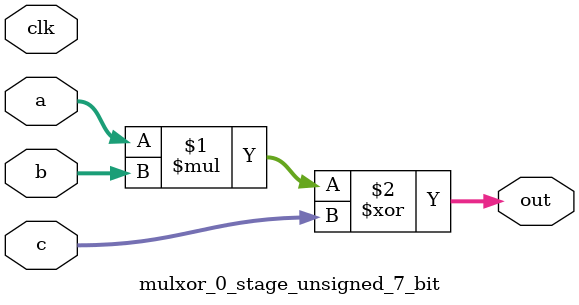
<source format=sv>
(* use_dsp = "yes" *) module mulxor_0_stage_unsigned_7_bit(
	input  [6:0] a,
	input  [6:0] b,
	input  [6:0] c,
	output [6:0] out,
	input clk);

	assign out = (a * b) ^ c;
endmodule

</source>
